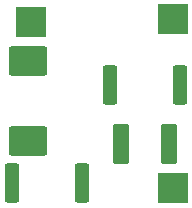
<source format=gbr>
%TF.GenerationSoftware,KiCad,Pcbnew,7.0.8*%
%TF.CreationDate,2023-12-15T10:12:50-05:00*%
%TF.ProjectId,g1 crymax lite,67312063-7279-46d6-9178-206c6974652e,rev?*%
%TF.SameCoordinates,Original*%
%TF.FileFunction,Soldermask,Top*%
%TF.FilePolarity,Negative*%
%FSLAX46Y46*%
G04 Gerber Fmt 4.6, Leading zero omitted, Abs format (unit mm)*
G04 Created by KiCad (PCBNEW 7.0.8) date 2023-12-15 10:12:50*
%MOMM*%
%LPD*%
G01*
G04 APERTURE LIST*
G04 Aperture macros list*
%AMRoundRect*
0 Rectangle with rounded corners*
0 $1 Rounding radius*
0 $2 $3 $4 $5 $6 $7 $8 $9 X,Y pos of 4 corners*
0 Add a 4 corners polygon primitive as box body*
4,1,4,$2,$3,$4,$5,$6,$7,$8,$9,$2,$3,0*
0 Add four circle primitives for the rounded corners*
1,1,$1+$1,$2,$3*
1,1,$1+$1,$4,$5*
1,1,$1+$1,$6,$7*
1,1,$1+$1,$8,$9*
0 Add four rect primitives between the rounded corners*
20,1,$1+$1,$2,$3,$4,$5,0*
20,1,$1+$1,$4,$5,$6,$7,0*
20,1,$1+$1,$6,$7,$8,$9,0*
20,1,$1+$1,$8,$9,$2,$3,0*%
G04 Aperture macros list end*
%ADD10RoundRect,0.250000X-0.362500X-1.425000X0.362500X-1.425000X0.362500X1.425000X-0.362500X1.425000X0*%
%ADD11RoundRect,0.249999X0.450001X1.450001X-0.450001X1.450001X-0.450001X-1.450001X0.450001X-1.450001X0*%
%ADD12RoundRect,0.250000X-1.400000X-1.000000X1.400000X-1.000000X1.400000X1.000000X-1.400000X1.000000X0*%
%ADD13R,2.500000X2.500000*%
G04 APERTURE END LIST*
D10*
%TO.C,R3*%
X37236500Y-19468800D03*
X31311500Y-19468800D03*
%TD*%
D11*
%TO.C,C1*%
X36306000Y-24498000D03*
X32206000Y-24498000D03*
%TD*%
D10*
%TO.C,R4*%
X28922000Y-27800000D03*
X22997000Y-27800000D03*
%TD*%
D12*
%TO.C,D1*%
X24350000Y-17440400D03*
X24350000Y-24240400D03*
%TD*%
D13*
%TO.C,VNEG*%
X24604000Y-14134800D03*
%TD*%
%TO.C,GND*%
X36661600Y-28206400D03*
%TD*%
%TO.C,G1*%
X36661600Y-13931600D03*
%TD*%
M02*

</source>
